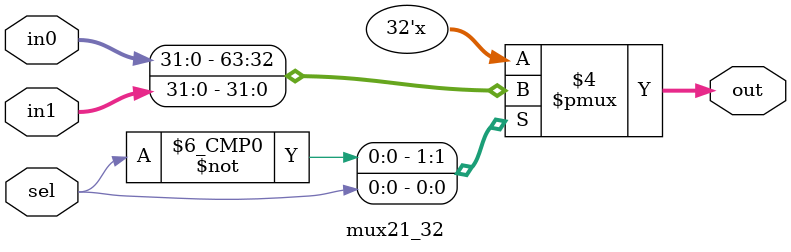
<source format=sv>
module cache_datapath(
    input  logic           clk,
    input  logic           reset,
      
    input  logic 		      counter_en,
    input  logic [31:0]	   cpu_address,
    input  logic [31:0]	   cpu_data_in,
      
    input  logic       	   cache_en,
    input  logic 		      mem_en,
    input  logic 		      flush,          
    input  logic [127:0]   R_data,
      
    output logic [31:0]    AW_addr,
    output logic [31:0]    AR_addr,
    output logic [127:0]   w_data,
      
    output logic [31:0]    cpu_data_out,     
    output logic           flush_done,
    output logic   		   hit,
    output logic 		      dirty_bit           
);
    parameter cache_size = 1024;
    parameter cache_line_size = 16;

    parameter num_lines   = cache_size / cache_line_size;          //64 lines
    parameter index_bits  = $clog2(cache_size / cache_line_size); // 6 bits
    parameter offset_bits = $clog2(cache_line_size);              // 4 bits
    parameter tag_bits    = 32 - index_bits - offset_bits;        // 22 bits

    logic [31:0] 			data;
    logic [tag_bits-1:0] 	cache_tag;
    logic [offset_bits-1:0] offset;
    logic [index_bits-1:0]  index;
    logic [index_bits-1:0]  indx;
    logic [tag_bits-1:0]    tag;
    logic [5:0]				count_out;
    
    // initializing memory for cache data and overhead
    logic [8*(cache_line_size-1):0] cache[num_lines-1:0];
    logic [tag_bits+1:0]     		   overhead[num_lines-1:0];
    logic [3:0] 					      bit_position;
    
     // Initialize cache and overhead
    initial begin
     
        for (int i = 0; i < num_lines; i++) begin
            cache[i] = {cache_line_size{1'b0}};  
            overhead[i] = {tag_bits+2{1'b0}};   
        end
           overhead[0][tag_bits+1] = 1;
    end
    
    //getting offset index and tag
    assign offset = cpu_address[offset_bits-1:0];                   
    assign indx  = cpu_address[offset_bits +: index_bits];           
    assign tag    = cpu_address[31 -: tag_bits];                    

   //Extracting data from overhead
    assign cache_tag = overhead[index][tag_bits-1:0];
    assign dirty_bit = overhead[index][tag_bits];
    assign valid_bit = overhead[index][tag_bits+1];

    assign hit = (valid_bit == 1 && tag == cache_tag) ? 1 : 0;
    
     mux21_6 mux_index(indx,count_out,flush,index);
     
   // flushing and writeback operationoperation
    counter Counter(clk,reset,counter_en,count_out,flush_done);
    mux21_32 WB_mux_addr({{cache_tag},{index},{4'd0}},{{overhead[count_out][tag_bits-1:0]},{count_out},{4'd0}},flush,AW_addr);    
    
    
    assign bit_position = offset * 32;
    always_ff @(posedge clk ) 
    begin 
       // in case of writing due to cpu                                
      if(cache_en == 1) begin
              cache[index][bit_position +: 32] <= cpu_data_in;    //  writing due to cpu
              overhead[index][tag_bits] <= 1'b1;     //setting dirty bit 
              overhead[index][tag_bits+1]<=1'b1;
      end

      // in case of reading from memory                                                     
      if(mem_en == 1 )begin 
              cache[index] <= R_data;                 // writing data
              overhead[index][tag_bits-1:0] <= tag;   //setting tag 
              overhead[index][tag_bits+1] <= 1'b1;   // setting valid bit 
               overhead[index][tag_bits] <= 1'b0;    //clearing dirty bit
      end 
      if(flush)begin 
            overhead[count_out][tag_bits]<=0;  
            overhead[count_out][tag_bits+1]<=0; 
       end
         
    end
   
    always_comb //reading data
    begin
       cpu_data_out = cache[index][bit_position +: 32];
       AR_addr = cpu_address;
       w_data =       cache[index];
       
      end
endmodule

module counter (
	input  logic clk,
	input  logic reset,
	input  logic en,
	
	output logic [5:0]out,
	output logic flush_done
);

always_ff @(posedge clk or negedge reset) begin

	if(!reset) 
		out<=6'b0;
	else if(out == 6'd63) 
		out<=6'b0;
	else  if(en) 
		out <= out+1;
end
	
assign	flush_done = (out == 6'd63) ? 1:0;

endmodule	// counter

module mux21_6 (
	input logic [5:0] in0,in1,
	input logic sel,
	
	output logic [5:0] out
);

always_comb begin
	case(sel)
	   0: out = in0;
	   1: out = in1;
	   default: out = 0;
	endcase
end

endmodule 	// mux21_6

module mux21_32 (
	input logic [31:0] in0,in1,
	input logic sel,
	
	output logic [31:0] out
);

always_comb begin
	case(sel)
	   0: out = in0;
	   1: out = in1;
	   default: out = 0;
	endcase
end

endmodule	// mux21_32

</source>
